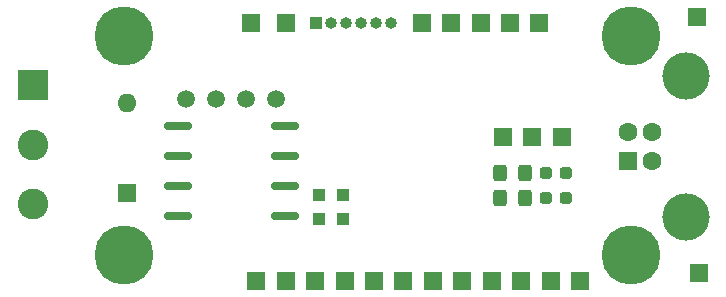
<source format=gbr>
G04 #@! TF.GenerationSoftware,KiCad,Pcbnew,6.0.5*
G04 #@! TF.CreationDate,2022-10-28T16:57:35+03:00*
G04 #@! TF.ProjectId,stm32,73746d33-322e-46b6-9963-61645f706362,rev?*
G04 #@! TF.SameCoordinates,Original*
G04 #@! TF.FileFunction,Soldermask,Bot*
G04 #@! TF.FilePolarity,Negative*
%FSLAX46Y46*%
G04 Gerber Fmt 4.6, Leading zero omitted, Abs format (unit mm)*
G04 Created by KiCad (PCBNEW 6.0.5) date 2022-10-28 16:57:35*
%MOMM*%
%LPD*%
G01*
G04 APERTURE LIST*
G04 Aperture macros list*
%AMRoundRect*
0 Rectangle with rounded corners*
0 $1 Rounding radius*
0 $2 $3 $4 $5 $6 $7 $8 $9 X,Y pos of 4 corners*
0 Add a 4 corners polygon primitive as box body*
4,1,4,$2,$3,$4,$5,$6,$7,$8,$9,$2,$3,0*
0 Add four circle primitives for the rounded corners*
1,1,$1+$1,$2,$3*
1,1,$1+$1,$4,$5*
1,1,$1+$1,$6,$7*
1,1,$1+$1,$8,$9*
0 Add four rect primitives between the rounded corners*
20,1,$1+$1,$2,$3,$4,$5,0*
20,1,$1+$1,$4,$5,$6,$7,0*
20,1,$1+$1,$6,$7,$8,$9,0*
20,1,$1+$1,$8,$9,$2,$3,0*%
G04 Aperture macros list end*
%ADD10R,1.500000X1.500000*%
%ADD11C,5.000000*%
%ADD12RoundRect,0.250000X-0.325000X-0.450000X0.325000X-0.450000X0.325000X0.450000X-0.325000X0.450000X0*%
%ADD13R,2.600000X2.600000*%
%ADD14C,2.600000*%
%ADD15O,1.000000X1.000000*%
%ADD16R,1.000000X1.000000*%
%ADD17RoundRect,0.237500X-0.287500X-0.237500X0.287500X-0.237500X0.287500X0.237500X-0.287500X0.237500X0*%
%ADD18R,1.600000X1.600000*%
%ADD19O,1.600000X1.600000*%
%ADD20RoundRect,0.162500X1.012500X0.162500X-1.012500X0.162500X-1.012500X-0.162500X1.012500X-0.162500X0*%
%ADD21C,1.500000*%
%ADD22C,4.000000*%
%ADD23C,1.600000*%
G04 APERTURE END LIST*
D10*
X111607600Y-62001400D03*
X85725000Y-74218800D03*
X113182400Y-74218800D03*
X110667800Y-74218800D03*
X108153200Y-74218800D03*
D11*
X74500000Y-53500000D03*
X117500000Y-53500000D03*
X117500000Y-72000000D03*
X74500000Y-72000000D03*
D12*
X106408000Y-67157600D03*
X108458000Y-67157600D03*
X106408000Y-65074800D03*
X108458000Y-65074800D03*
D13*
X66802000Y-57658000D03*
D14*
X66802000Y-62658000D03*
X66802000Y-67658000D03*
D15*
X97150400Y-52400200D03*
X95880400Y-52400200D03*
X94610400Y-52400200D03*
X93340400Y-52400200D03*
X92070400Y-52400200D03*
D16*
X90800400Y-52400200D03*
D17*
X110236000Y-67157600D03*
X111986000Y-67157600D03*
X110236000Y-65074800D03*
X111986000Y-65074800D03*
D18*
X74828400Y-66751200D03*
D19*
X74828400Y-59131200D03*
D20*
X88154500Y-61087000D03*
X88154500Y-63627000D03*
X88154500Y-66167000D03*
X88154500Y-68707000D03*
X79104500Y-68707000D03*
X79104500Y-66167000D03*
X79104500Y-63627000D03*
X79104500Y-61087000D03*
D21*
X87439500Y-58801000D03*
X84899500Y-58801000D03*
X82359500Y-58801000D03*
X79819500Y-58801000D03*
D22*
X122081000Y-56821500D03*
X122081000Y-68821500D03*
D23*
X119221000Y-64071500D03*
X119221000Y-61571500D03*
X117221000Y-61571500D03*
D18*
X117221000Y-64071500D03*
D10*
X103174800Y-74218800D03*
X85293200Y-52349400D03*
X99744000Y-52400200D03*
X102230400Y-52400200D03*
X109698000Y-52400200D03*
D16*
X93065600Y-66954400D03*
D10*
X100685600Y-74218800D03*
D16*
X91084400Y-66954400D03*
D10*
X93218000Y-74218800D03*
X98196400Y-74218800D03*
X109093000Y-62001400D03*
X123190000Y-73507600D03*
D16*
X93065600Y-68935600D03*
D10*
X90728800Y-74218800D03*
X104719600Y-52400200D03*
X106603800Y-62001400D03*
X88239600Y-74218800D03*
X95707200Y-74218800D03*
D16*
X91084400Y-68935600D03*
D10*
X105664000Y-74218800D03*
X107208800Y-52400200D03*
X88290400Y-52349400D03*
X123037600Y-51866800D03*
M02*

</source>
